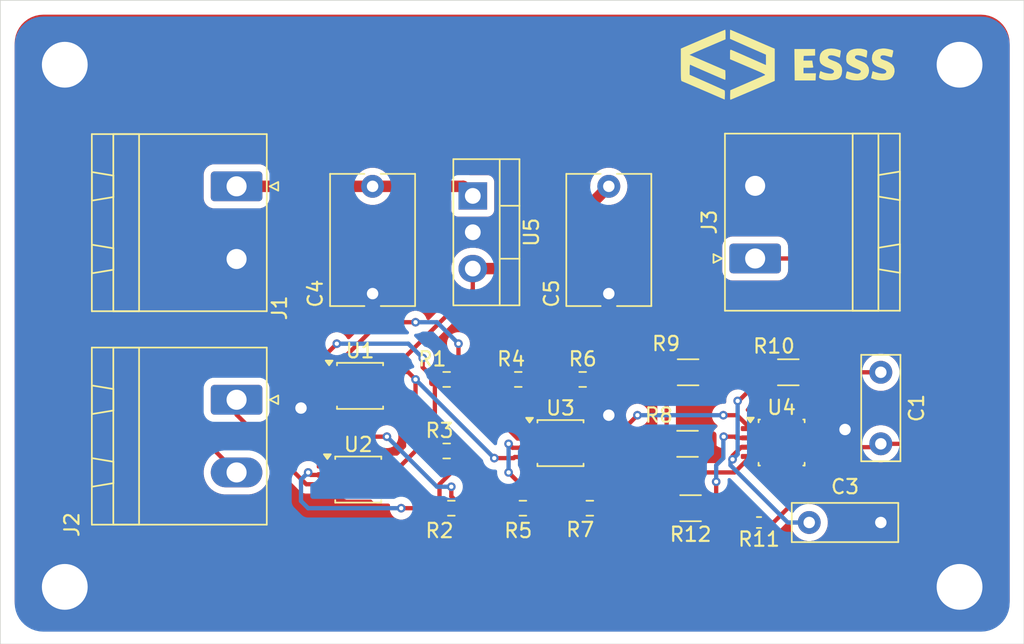
<source format=kicad_pcb>
(kicad_pcb (version 20241229) (generator "pcbnew") (generator_version "9.0")
  (layers (0 "F.Cu" signal) (2 "B.Cu" signal) (13 "F.Paste" user) (15 "B.Paste" user) (5 "F.SilkS" user "F.Silkscreen") (7 "B.SilkS" user "B.Silkscreen") (1 "F.Mask" user) (3 "B.Mask" user) (25 "Edge.Cuts" user))
  (net 0 "")
  (net 1 "/Final_out")
  (net 2 "Net-(C1-Pad1)")
  (net 3 "GND")
  (net 4 "Net-(U4-+)")
  (net 5 "/Voltage_regulator/V_bat")
  (net 6 "VCC")
  (net 7 "/Vt-")
  (net 8 "/Vt+")
  (net 9 "Net-(R1-Pad2)")
  (net 10 "Net-(U1--)")
  (net 11 "Net-(R2-Pad2)")
  (net 12 "Net-(U2--)")
  (net 13 "Net-(U3--)")
  (net 14 "Net-(U3-+)")
  (net 15 "/Amp_out")
  (net 16 "Net-(U4--)")
  (footprint "Resistor_SMD:R_0603_1608Metric" (layer "F.Cu") (at 134.675 91.5)
    (property "Reference" "R3" (at -0.5 -1.43 0) (layer "F.SilkS"))
    (property "Value" "75")
    (fp_line (start -0.237258 -0.5225) (end 0.237258 -0.5225) (stroke (width 0.12)) (layer "F.SilkS"))
    (fp_line (start -0.237258 0.5225) (end 0.237258 0.5225) (stroke (width 0.12)) (layer "F.SilkS"))
    (pad "1" smd roundrect (at -0.825 0) (size 0.8 0.95) (layers "F.Cu" "F.Mask" "F.Paste") (net 10 "Net-(U1--)"))
    (pad "2" smd roundrect (at 0.825 0) (size 0.8 0.95) (layers "F.Cu" "F.Mask" "F.Paste") (net 12 "Net-(U2--)"))
  )
  (footprint "Resistor_SMD:R_0603_1608Metric" (layer "F.Cu") (at 139.675 86.5)
    (property "Reference" "R4" (at -0.5 -1.43 0) (layer "F.SilkS"))
    (property "Value" "1k")
    (fp_line (start -0.237258 -0.5225) (end 0.237258 -0.5225) (stroke (width 0.12)) (layer "F.SilkS"))
    (fp_line (start -0.237258 0.5225) (end 0.237258 0.5225) (stroke (width 0.12)) (layer "F.SilkS"))
    (pad "1" smd roundrect (at -0.825 0) (size 0.8 0.95) (layers "F.Cu" "F.Mask" "F.Paste") (net 9 "Net-(R1-Pad2)"))
    (pad "2" smd roundrect (at 0.825 0) (size 0.8 0.95) (layers "F.Cu" "F.Mask" "F.Paste") (net 13 "Net-(U3--)"))
  )
  (footprint "Connector_Phoenix_MSTB:PhoenixContact_MSTBA_2,5_2-G-5,08_1x02_P5.08mm_Horizontal" (layer "F.Cu") (at 156.2225 78.045 90)
    (property "Reference" "J3" (at 2.54 -3.2 90) (layer "F.SilkS"))
    (property "Value" "Conn_01x02")
    (fp_line (start 0.3 -2.91) (end 0 -2.31) (stroke (width 0.12)) (layer "F.SilkS"))
    (fp_line (start -0.3 -2.91) (end 0.3 -2.91) (stroke (width 0.12)) (layer "F.SilkS"))
    (fp_line (start 0 -2.31) (end -0.3 -2.91) (stroke (width 0.12)) (layer "F.SilkS"))
    (fp_line (start 8.73 -2.11) (end -3.65 -2.11) (stroke (width 0.12)) (layer "F.SilkS"))
    (fp_line (start -3.65 -2.11) (end -3.65 10.11) (stroke (width 0.12)) (layer "F.SilkS"))
    (fp_line (start 8.73 6.81) (end 8.73 8.61) (stroke (width 0.12)) (layer "F.SilkS"))
    (fp_line (start -3.65 6.81) (end 8.73 6.81) (stroke (width 0.12)) (layer "F.SilkS"))
    (fp_line (start 8.73 8.61) (end -3.65 8.61) (stroke (width 0.12)) (layer "F.SilkS"))
    (fp_line (start 5.83 8.61) (end 4.33 8.61) (stroke (width 0.12)) (layer "F.SilkS"))
    (fp_line (start 4.33 8.61) (end 4.08 10.11) (stroke (width 0.12)) (layer "F.SilkS"))
    (fp_line (start 0.75 8.61) (end -0.75 8.61) (stroke (width 0.12)) (layer "F.SilkS"))
    (fp_line (start -0.75 8.61) (end -1 10.11) (stroke (width 0.12)) (layer "F.SilkS"))
    (fp_line (start -3.65 8.61) (end -3.65 6.81) (stroke (width 0.12)) (layer "F.SilkS"))
    (fp_line (start 8.73 10.11) (end 8.73 -2.11) (stroke (width 0.12)) (layer "F.SilkS"))
    (fp_line (start 6.08 10.11) (end 5.83 8.61) (stroke (width 0.12)) (layer "F.SilkS"))
    (fp_line (start 4.08 10.11) (end 6.08 10.11) (stroke (width 0.12)) (layer "F.SilkS"))
    (fp_line (start 1 10.11) (end 0.75 8.61) (stroke (width 0.12)) (layer "F.SilkS"))
    (fp_line (start -1 10.11) (end 1 10.11) (stroke (width 0.12)) (layer "F.SilkS"))
    (fp_line (start -3.65 10.11) (end 8.73 10.11) (stroke (width 0.12)) (layer "F.SilkS"))
    (pad "1" thru_hole roundrect (at 0 0 90) (size 2.08 3.6) (drill 1.4) (layers "*.Cu" "*.Mask") (roundrect_rratio 0.120192) (net 1 "/Final_out"))
    (pad "2" thru_hole oval (at 5.08 0 90) (size 2.08 3.6) (drill 1.4) (layers "*.Cu" "*.Mask") (net 3 "GND"))
  )
  (footprint "Package_SO:MSOP-8-1EP_3x3mm_P0.65mm_EP1.5x1.8mm" (layer "F.Cu") (at 128.625 86.95)
    (property "Reference" "U1" (at 0 -2.45 0) (layer "F.SilkS"))
    (property "Value" "ADA4522-1")
    (fp_line (start -1.61 -1.61) (end 1.61 -1.61) (stroke (width 0.12)) (layer "F.SilkS"))
    (fp_line (start -1.61 -1.435) (end -1.61 -1.61) (stroke (width 0.12)) (layer "F.SilkS"))
    (fp_line (start -1.61 1.61) (end -1.61 1.435) (stroke (width 0.12)) (layer "F.SilkS"))
    (fp_line (start 1.61 -1.61) (end 1.61 -1.435) (stroke (width 0.12)) (layer "F.SilkS"))
    (fp_line (start 1.61 1.435) (end 1.61 1.61) (stroke (width 0.12)) (layer "F.SilkS"))
    (fp_line (start 1.61 1.61) (end -1.61 1.61) (stroke (width 0.12)) (layer "F.SilkS"))
    (fp_poly (pts (xy -2.16 -1.44) (xy -2.4 -1.77) (xy -1.92 -1.77)) (stroke (width 0.12)) (fill yes) (layer "F.SilkS"))
    (pad "1" smd roundrect (at -2.1125 -0.975) (size 1.575 0.4) (layers "F.Cu" "F.Mask" "F.Paste") (net 9 "Net-(R1-Pad2)"))
    (pad "2" smd roundrect (at -2.1125 -0.325) (size 1.575 0.4) (layers "F.Cu" "F.Mask" "F.Paste") (net 10 "Net-(U1--)"))
    (pad "3" smd roundrect (at -2.1125 0.325) (size 1.575 0.4) (layers "F.Cu" "F.Mask" "F.Paste") (net 7 "/Vt-"))
    (pad "4" smd roundrect (at -2.1125 0.975) (size 1.575 0.4) (layers "F.Cu" "F.Mask" "F.Paste") (net 3 "GND"))
    (pad "5" smd roundrect (at 2.1125 0.975) (size 1.575 0.4) (layers "F.Cu" "F.Mask" "F.Paste"))
    (pad "6" smd roundrect (at 2.1125 0.325) (size 1.575 0.4) (layers "F.Cu" "F.Mask" "F.Paste"))
    (pad "7" smd roundrect (at 2.1125 -0.325) (size 1.575 0.4) (layers "F.Cu" "F.Mask" "F.Paste"))
    (pad "8" smd roundrect (at 2.1125 -0.975) (size 1.575 0.4) (layers "F.Cu" "F.Mask" "F.Paste") (net 6 "VCC"))
    (pad "9" smd rect (at 0 0) (size 1.5 1.8) (property pad_prop_heatsink) (layers "F.Cu" "F.Mask"))
  )
  (footprint "Resistor_SMD:R_0603_1608Metric" (layer "F.Cu") (at 144.675 95.5 180)
    (property "Reference" "R7" (at 0.675 -1.5 0) (layer "F.SilkS"))
    (property "Value" "1k")
    (fp_line (start -0.237258 0.5225) (end 0.237258 0.5225) (stroke (width 0.12)) (layer "F.SilkS"))
    (fp_line (start -0.237258 -0.5225) (end 0.237258 -0.5225) (stroke (width 0.12)) (layer "F.SilkS"))
    (pad "1" smd roundrect (at -0.825 0 180) (size 0.8 0.95) (layers "F.Cu" "F.Mask" "F.Paste") (net 3 "GND"))
    (pad "2" smd roundrect (at 0.825 0 180) (size 0.8 0.95) (layers "F.Cu" "F.Mask" "F.Paste") (net 14 "Net-(U3-+)"))
  )
  (footprint "Package_SO:MSOP-8-1EP_3x3mm_P0.65mm_EP2.5x3mm_Mask1.73x2.36mm" (layer "F.Cu") (at 158.07 90.91)
    (property "Reference" "U4" (at 0 -2.45 0) (layer "F.SilkS"))
    (property "Value" "LTC2057")
    (fp_line (start -1.61 -1.61) (end -1.51 -1.61) (stroke (width 0.12)) (layer "F.SilkS"))
    (fp_line (start -1.61 -1.41) (end -1.61 -1.61) (stroke (width 0.12)) (layer "F.SilkS"))
    (fp_line (start -1.61 1.61) (end -1.61 1.41) (stroke (width 0.12)) (layer "F.SilkS"))
    (fp_line (start -1.51 1.61) (end -1.61 1.61) (stroke (width 0.12)) (layer "F.SilkS"))
    (fp_line (start 1.51 -1.61) (end 1.61 -1.61) (stroke (width 0.12)) (layer "F.SilkS"))
    (fp_line (start 1.61 -1.61) (end 1.61 -1.41) (stroke (width 0.12)) (layer "F.SilkS"))
    (fp_line (start 1.61 1.41) (end 1.61 1.61) (stroke (width 0.12)) (layer "F.SilkS"))
    (fp_line (start 1.61 1.61) (end 1.51 1.61) (stroke (width 0.12)) (layer "F.SilkS"))
    (fp_poly (pts (xy -2.18 -1.41) (xy -2.42 -1.74) (xy -1.94 -1.74)) (stroke (width 0.12)) (fill yes) (layer "F.SilkS"))
    (pad "1" smd roundrect (at -2.175 -0.975) (size 1.35 0.35) (layers "F.Cu" "F.Mask" "F.Paste") (net 6 "VCC"))
    (pad "2" smd roundrect (at -2.175 -0.325) (size 1.35 0.35) (layers "F.Cu" "F.Mask" "F.Paste") (net 16 "Net-(U4--)"))
    (pad "3" smd roundrect (at -2.175 0.325) (size 1.35 0.35) (layers "F.Cu" "F.Mask" "F.Paste") (net 4 "Net-(U4-+)"))
    (pad "4" smd roundrect (at -2.175 0.975) (size 1.35 0.35) (layers "F.Cu" "F.Mask" "F.Paste") (net 6 "VCC"))
    (pad "5" smd roundrect (at 2.175 0.975) (size 1.35 0.35) (layers "F.Cu" "F.Mask" "F.Paste"))
    (pad "6" smd roundrect (at 2.175 0.325) (size 1.35 0.35) (layers "F.Cu" "F.Mask" "F.Paste") (net 1 "/Final_out"))
    (pad "7" smd roundrect (at 2.175 -0.325) (size 1.35 0.35) (layers "F.Cu" "F.Mask" "F.Paste") (net 3 "GND"))
    (pad "8" smd roundrect (at 2.175 -0.975) (size 1.35 0.35) (layers "F.Cu" "F.Mask" "F.Paste") (net 3 "GND"))
    (pad "9" smd rect (at 0 0) (size 2.5 3) (property pad_prop_heatsink) (layers "F.Cu"))
  )
  (footprint "MountingHole:MountingHole_3.2mm_M3_ISO7380_Pad" (layer "F.Cu") (at 108 101)
    (property "Reference" "REF**" (hide yes))
    (property "Value" "MountingHole_3.2mm_M3_ISO7380_Pad" (hide yes))
    (pad "1" thru_hole circle (at 0 0) (size 5.7 5.7) (drill 3.2) (layers "*.Cu" "*.Mask") (net 3 "GND"))
  )
  (footprint "Resistor_SMD:R_1206_3216Metric" (layer "F.Cu") (at 151.7125 95.5 180)
    (property "Reference" "R12" (at 0 -1.83 0) (layer "F.SilkS"))
    (property "Value" "59k")
    (fp_line (start -0.727064 0.91) (end 0.727064 0.91) (stroke (width 0.12)) (layer "F.SilkS"))
    (fp_line (start -0.727064 -0.91) (end 0.727064 -0.91) (stroke (width 0.12)) (layer "F.SilkS"))
    (pad "1" smd roundrect (at -1.4625 0 180) (size 1.125 1.75) (layers "F.Cu" "F.Mask" "F.Paste") (roundrect_rratio 0.222222) (net 16 "Net-(U4--)"))
    (pad "2" smd roundrect (at 1.4625 0 180) (size 1.125 1.75) (layers "F.Cu" "F.Mask" "F.Paste") (roundrect_rratio 0.222222) (net 3 "GND"))
  )
  (footprint "Resistor_SMD:R_1206_3216Metric" (layer "F.Cu") (at 151.5 91 180)
    (property "Reference" "R8" (at 2 2 0) (layer "F.SilkS"))
    (property "Value" "1k")
    (fp_line (start -0.727064 0.91) (end 0.727064 0.91) (stroke (width 0.12)) (layer "F.SilkS"))
    (fp_line (start -0.727064 -0.91) (end 0.727064 -0.91) (stroke (width 0.12)) (layer "F.SilkS"))
    (pad "1" smd roundrect (at -1.4625 0 180) (size 1.125 1.75) (layers "F.Cu" "F.Mask" "F.Paste") (roundrect_rratio 0.222222) (net 3 "GND"))
    (pad "2" smd roundrect (at 1.4625 0 180) (size 1.125 1.75) (layers "F.Cu" "F.Mask" "F.Paste") (roundrect_rratio 0.222222) (net 15 "/Amp_out"))
  )
  (footprint "Resistor_SMD:R_0603_1608Metric" (layer "F.Cu") (at 134.675 86.5)
    (property "Reference" "R1" (at -1 -1.43 0) (layer "F.SilkS"))
    (property "Value" "1k")
    (fp_line (start -0.237258 -0.5225) (end 0.237258 -0.5225) (stroke (width 0.12)) (layer "F.SilkS"))
    (fp_line (start -0.237258 0.5225) (end 0.237258 0.5225) (stroke (width 0.12)) (layer "F.SilkS"))
    (pad "1" smd roundrect (at -0.825 0) (size 0.8 0.95) (layers "F.Cu" "F.Mask" "F.Paste") (net 10 "Net-(U1--)"))
    (pad "2" smd roundrect (at 0.825 0) (size 0.8 0.95) (layers "F.Cu" "F.Mask" "F.Paste") (net 9 "Net-(R1-Pad2)"))
  )
  (footprint "Connector_Phoenix_MSTB:PhoenixContact_MSTBA_2,5_2-G-5,08_1x02_P5.08mm_Horizontal" (layer "F.Cu") (at 120 73 -90)
    (property "Reference" "J1" (at 8.5 -3 90) (layer "F.SilkS"))
    (property "Value" "Conn_01x02")
    (fp_line (start -3.65 10.11) (end 8.73 10.11) (stroke (width 0.12)) (layer "F.SilkS"))
    (fp_line (start -1 10.11) (end 1 10.11) (stroke (width 0.12)) (layer "F.SilkS"))
    (fp_line (start 1 10.11) (end 0.75 8.61) (stroke (width 0.12)) (layer "F.SilkS"))
    (fp_line (start 4.08 10.11) (end 6.08 10.11) (stroke (width 0.12)) (layer "F.SilkS"))
    (fp_line (start 6.08 10.11) (end 5.83 8.61) (stroke (width 0.12)) (layer "F.SilkS"))
    (fp_line (start 8.73 10.11) (end 8.73 -2.11) (stroke (width 0.12)) (layer "F.SilkS"))
    (fp_line (start -3.65 8.61) (end -3.65 6.81) (stroke (width 0.12)) (layer "F.SilkS"))
    (fp_line (start -0.75 8.61) (end -1 10.11) (stroke (width 0.12)) (layer "F.SilkS"))
    (fp_line (start 0.75 8.61) (end -0.75 8.61) (stroke (width 0.12)) (layer "F.SilkS"))
    (fp_line (start 4.33 8.61) (end 4.08 10.11) (stroke (width 0.12)) (layer "F.SilkS"))
    (fp_line (start 5.83 8.61) (end 4.33 8.61) (stroke (width 0.12)) (layer "F.SilkS"))
    (fp_line (start 8.73 8.61) (end -3.65 8.61) (stroke (width 0.12)) (layer "F.SilkS"))
    (fp_line (start -3.65 6.81) (end 8.73 6.81) (stroke (width 0.12)) (layer "F.SilkS"))
    (fp_line (start 8.73 6.81) (end 8.73 8.61) (stroke (width 0.12)) (layer "F.SilkS"))
    (fp_line (start -3.65 -2.11) (end -3.65 10.11) (stroke (width 0.12)) (layer "F.SilkS"))
    (fp_line (start 8.73 -2.11) (end -3.65 -2.11) (stroke (width 0.12)) (layer "F.SilkS"))
    (fp_line (start 0 -2.31) (end -0.3 -2.91) (stroke (width 0.12)) (layer "F.SilkS"))
    (fp_line (start -0.3 -2.91) (end 0.3 -2.91) (stroke (width 0.12)) (layer "F.SilkS"))
    (fp_line (start 0.3 -2.91) (end 0 -2.31) (stroke (width 0.12)) (layer "F.SilkS"))
    (pad "1" thru_hole roundrect (at 0 0 270) (size 2.08 3.6) (drill 1.4) (layers "*.Cu" "*.Mask") (roundrect_rratio 0.120192) (net 5 "/Voltage_regulator/V_bat"))
    (pad "2" thru_hole oval (at 5.08 0 270) (size 2.08 3.6) (drill 1.4) (layers "*.Cu" "*.Mask") (net 3 "GND"))
  )
  (footprint "Project0:logo4" (layer "F.Cu") (at 158.5 64.5)
    (property "Reference" "G***" (hide yes))
    (property "Value" "LOGO" (hide yes))
    (fp_poly (pts (xy 1.187005 -1.100176) (xy 1.910789 -1.100153) (xy 1.910789 -0.869892) (xy 1.910789 -0.639632) (xy 1.515121 -0.628631) (xy 1.119452 -0.61763) (xy 1.107582 -0.453572) (xy 1.095712 -0.289515) (xy 1.404381 -0.289515) (xy 1.71305 -0.289515) (xy 1.737961 -0.106156) (xy 1.756768 0.018083) (xy 1.775214 0.118054) (xy 1.781529 0.144756) (xy 1.783146 0.176785) (xy 1.757434 0.196783) (xy 1.690832 0.207512) (xy 1.56978 0.211739) (xy 1.450169 0.212309) (xy 1.100151 0.212309) (xy 1.100151 0.405318) (xy 1.100151 0.598327) (xy 1.534422 0.598246) (xy 1.968692 0.598165) (xy 1.955748 0.849158) (xy 1.942804 1.100151) (xy 1.21382 1.100151) (xy 0.484836 1.100151) (xy 0.474029 -0.000024) (xy 0.463221 -1.1002)) (fill yes) (layer "F.SilkS"))
    (fp_poly (pts (xy 6.844559 -1.128836) (xy 7.001984 -1.103139) (xy 7.160828 -1.067755) (xy 7.292926 -1.028775) (xy 7.359245 -0.999811) (xy 7.368369 -0.972701) (xy 7.362763 -0.903581) (xy 7.34086 -0.781885) (xy 7.301093 -0.597049) (xy 7.296468 -0.576439) (xy 7.284979 -0.537681) (xy 7.261917 -0.519812) (xy 7.211375 -0.52367) (xy 7.117444 -0.550094) (xy 6.985876 -0.592806) (xy 6.7674 -0.649958) (xy 6.608621 -0.658206) (xy 6.509496 -0.617544) (xy 6.472643 -0.547425) (xy 6.488695 -0.450687) (xy 6.578455 -0.374101) (xy 6.711563 -0.324856) (xy 6.927788 -0.24891) (xy 7.125316 -0.145589) (xy 7.284771 -0.026931) (xy 7.386416 0.094378) (xy 7.455197 0.286583) (xy 7.462575 0.490702) (xy 7.413612 0.688012) (xy 7.313365 0.859787) (xy 7.166896 0.987302) (xy 7.141337 1.00141) (xy 6.977035 1.056995) (xy 6.763734 1.087925) (xy 6.525751 1.093731) (xy 6.287404 1.073941) (xy 6.073011 1.028086) (xy 6.054968 1.022421) (xy 5.817839 0.945481) (xy 5.852621 0.781555) (xy 5.879145 0.65783) (xy 5.90198 0.553399) (xy 5.906393 0.533697) (xy 5.925383 0.449765) (xy 6.130066 0.521705) (xy 6.362718 0.59005) (xy 6.563477 0.62268) (xy 6.723624 0.620049) (xy 6.834442 0.582611) (xy 6.887214 0.510823) (xy 6.890425 0.482054) (xy 6.853169 0.396424) (xy 6.740789 0.316435) (xy 6.552369 0.241465) (xy 6.520641 0.231569) (xy 6.262985 0.135326) (xy 6.075663 0.021571) (xy 5.95264 -0.115901) (xy 5.887878 -0.28329) (xy 5.87391 -0.43296) (xy 5.904195 -0.67123) (xy 5.994543 -0.861313) (xy 6.144195 -1.002575) (xy 6.352392 -1.094379) (xy 6.618375 -1.13609) (xy 6.716717 -1.138755)) (fill yes) (layer "F.SilkS"))
    (fp_poly (pts (xy 3.286516 -1.114955) (xy 3.437273 -1.081831) (xy 3.565827 -1.044174) (xy 3.660988 -1.010926) (xy 3.701738 -0.989591) (xy 3.703459 -0.941402) (xy 3.693597 -0.840402) (xy 3.67707 -0.726288) (xy 3.638028 -0.48753) (xy 3.45732 -0.558759) (xy 3.243885 -0.629182) (xy 3.064312 -0.661037) (xy 2.929762 -0.653204) (xy 2.862743 -0.618325) (xy 2.812507 -0.557256) (xy 2.798631 -0.525746) (xy 2.836632 -0.447428) (xy 2.948279 -0.369599) (xy 3.130036 -0.294665) (xy 3.146048 -0.289343) (xy 3.401224 -0.19108) (xy 3.586596 -0.082347) (xy 3.709542 0.045477) (xy 3.77744 0.201011) (xy 3.797668 0.392877) (xy 3.794938 0.468841) (xy 3.759707 0.686811) (xy 3.681164 0.852128) (xy 3.553054 0.969732) (xy 3.369125 1.044562) (xy 3.12312 1.081558) (xy 3.012609 1.086711) (xy 2.847428 1.08863) (xy 2.704943 1.086287) (xy 2.607761 1.080209) (xy 2.586321 1.076774) (xy 2.434091 1.032088) (xy 2.303832 0.979677) (xy 2.213498 0.927969) (xy 2.181002 0.886548) (xy 2.188767 0.813487) (xy 2.208202 0.707816) (xy 2.233514 0.59476) (xy 2.258913 0.499546) (xy 2.278607 0.447398) (xy 2.282622 0.44392) (xy 2.326117 0.459831) (xy 2.405373 0.498079) (xy 2.522893 0.543501) (xy 2.677489 0.583579) (xy 2.841482 0.613275) (xy 2.987193 0.627549) (xy 3.08516 0.621827) (xy 3.17552 0.575082) (xy 3.222507 0.522516) (xy 3.230441 0.43772) (xy 3.161339 0.357036) (xy 3.015263 0.280517) (xy 2.885921 0.235145) (xy 2.647588 0.145668) (xy 2.455904 0.041361) (xy 2.322736 -0.070563) (xy 2.277722 -0.134692) (xy 2.231614 -0.290303) (xy 2.225017 -0.48054) (xy 2.257108 -0.674199) (xy 2.294754 -0.779423) (xy 2.403018 -0.928449) (xy 2.568307 -1.039687) (xy 2.778641 -1.109965) (xy 3.022038 -1.136111)) (fill yes) (layer "F.SilkS"))
    (fp_poly (pts (xy 5.108552 -1.124758) (xy 5.335425 -1.081362) (xy 5.365653 -1.071424) (xy 5.477992 -1.028312) (xy 5.534434 -0.989091) (xy 5.552852 -0.934871) (xy 5.552505 -0.873914) (xy 5.540163 -0.736533) (xy 5.52257 -0.617433) (xy 5.498792 -0.490688) (xy 5.316366 -0.560005) (xy 5.113135 -0.625514) (xy 4.939555 -0.658663) (xy 4.808451 -0.658071) (xy 4.732973 -0.622752) (xy 4.689868 -0.545935) (xy 4.700207 -0.47588) (xy 4.769467 -0.407367) (xy 4.903123 -0.335176) (xy 5.10665 -0.254085) (xy 5.127555 -0.24654) (xy 5.371588 -0.131477) (xy 5.544701 0.013653) (xy 5.647433 0.189693) (xy 5.680324 0.397487) (xy 5.65773 0.58265) (xy 5.580487 0.782314) (xy 5.445781 0.934296) (xy 5.260738 1.040201) (xy 5.109432 1.079288) (xy 4.910272 1.097724) (xy 4.689695 1.095854) (xy 4.47414 1.074021) (xy 4.290046 1.03257) (xy 4.274393 1.027362) (xy 4.158711 0.985084) (xy 4.075711 0.950443) (xy 4.049751 0.935871) (xy 4.04558 0.889811) (xy 4.055845 0.79094) (xy 4.075236 0.677236) (xy 4.104662 0.546525) (xy 4.131963 0.478967) (xy 4.164115 0.46105) (xy 4.184072 0.466433) (xy 4.301836 0.50885) (xy 4.455563 0.553832) (xy 4.618322 0.594651) (xy 4.763183 0.624581) (xy 4.863215 0.636897) (xy 4.866661 0.636929) (xy 4.978759 0.613724) (xy 5.063371 0.555488) (xy 5.103517 0.479288) (xy 5.089727 0.412709) (xy 5.036389 0.370455) (xy 4.929256 0.313703) (xy 4.787796 0.252306) (xy 4.726526 0.228863) (xy 4.536102 0.148372) (xy 4.367028 0.057922) (xy 4.251965 -0.023303) (xy 4.161661 -0.11066) (xy 4.11279 -0.190899) (xy 4.089179 -0.297399) (xy 4.08143 -0.375265) (xy 4.091583 -0.614329) (xy 4.164776 -0.809906) (xy 4.300339 -0.96067) (xy 4.412578 -1.029675) (xy 4.616412 -1.097569) (xy 4.858642 -1.129712)) (fill yes) (layer "F.SilkS"))
    (fp_poly (pts (xy -4.357677 -2.415535) (xy -4.348886 -2.320133) (xy -4.344398 -2.182475) (xy -4.344121 -2.113451) (xy -4.345537 -1.775685) (xy -5.338118 -1.352942) (xy -5.612777 -1.235724) (xy -5.878377 -1.12193) (xy -6.122404 -1.016955) (xy -6.332342 -0.926193) (xy -6.495679 -0.85504) (xy -6.596664 -0.810351) (xy -6.862628 -0.690503) (xy -5.612318 -0.150026) (xy -4.362007 0.390452) (xy -4.350854 0.726) (xy -4.349335 0.87602) (xy -4.354769 0.99142) (xy -4.366035 1.054711) (xy -4.372364 1.061549) (xy -4.412467 1.046695) (xy -4.513223 1.005032) (xy -4.664652 0.940905) (xy -4.856768 0.858662) (xy -5.07959 0.762649) (xy -5.323134 0.657213) (xy -5.577417 0.546701) (xy -5.832456 0.43546) (xy -6.078269 0.327835) (xy -6.30487 0.228175) (xy -6.502279 0.140825) (xy -6.660512 0.070132) (xy -6.769585 0.020444) (xy -6.819515 -0.003894) (xy -6.819904 -0.00413) (xy -6.833614 0.022771) (xy -6.844376 0.111207) (xy -6.850731 0.245523) (xy -6.851824 0.338804) (xy -6.851824 0.701465) (xy -5.645518 1.235129) (xy -5.359898 1.361848) (xy -5.096639 1.479341) (xy -4.864113 1.58382) (xy -4.670692 1.671492) (xy -4.524746 1.738569) (xy -4.434649 1.781259) (xy -4.4086 1.795128) (xy -4.395607 1.843597) (xy -4.38838 1.948805) (xy -4.388088 2.090422) (xy -4.389299 2.130889) (xy -4.400609 2.440316) (xy -5.867478 1.805245) (xy -6.185175 1.667913) (xy -6.482444 1.539819) (xy -6.751462 1.424305) (xy -6.984406 1.324712) (xy -7.173451 1.244381) (xy -7.310775 1.186652) (xy -7.388554 1.154867) (xy -7.4019 1.149961) (xy -7.421405 1.139231) (xy -7.436768 1.114506) (xy -7.448478 1.067472) (xy -7.457024 0.989815) (xy -7.462897 0.873222) (xy -7.466584 0.709376) (xy -7.468575 0.489966) (xy -7.469359 0.206676) (xy -7.469454 0.001693) (xy -7.469454 -1.126362) (xy -7.3826 -1.165634) (xy -7.281765 -1.210354) (xy -7.127957 -1.277431) (xy -6.9301 -1.363057) (xy -6.697122 -1.463423) (xy -6.437949 -1.57472) (xy -6.16151 -1.69314) (xy -5.87673 -1.814874) (xy -5.592537 -1.936112) (xy -5.317857 -2.053047) (xy -5.061617 -2.16187) (xy -4.832745 -2.258772) (xy -4.640167 -2.339944) (xy -4.492809 -2.401577) (xy -4.3996 -2.439863) (xy -4.36946 -2.451217)) (fill yes) (layer "F.SilkS"))
    (fp_poly (pts (xy -3.985034 -2.436464) (xy -3.885044 -2.394424) (xy -3.729743 -2.328421) (xy -3.526911 -2.24178) (xy -3.28433 -2.137826) (xy -3.009782 -2.019884) (xy -2.711048 -1.891279) (xy -2.661216 -1.869801) (xy -2.349606 -1.735549) (xy -2.052584 -1.607724) (xy -1.779463 -1.490324) (xy -1.53955 -1.387344) (xy -1.342156 -1.302779) (xy -1.19659 -1.240627) (xy -1.112162 -1.204882) (xy -1.109857 -1.20392) (xy -0.907251 -1.119454) (xy -0.907197 0.003453) (xy -0.907144 1.126361) (xy -0.993998 1.165633) (xy -1.097729 1.211655) (xy -1.254025 1.279834) (xy -1.453959 1.366365) (xy -1.688607 1.467441) (xy -1.949045 1.579257) (xy -2.226348 1.698007) (xy -2.511591 1.819885) (xy -2.79585 1.941085) (xy -3.070199 2.057801) (xy -3.325715 2.166227) (xy -3.553472 2.262558) (xy -3.744546 2.342986) (xy -3.890011 2.403708) (xy -3.980944 2.440916) (xy -4.008641 2.451215) (xy -4.020114 2.415589) (xy -4.026662 2.320403) (xy -4.027387 2.183196) (xy -4.025744 2.117418) (xy -4.01459 1.78362) (xy -2.875837 1.288859) (xy -2.593517 1.166095) (xy -2.329624 1.051149) (xy -2.093656 0.948174) (xy -1.895115 0.861323) (xy -1.743499 0.794748) (xy -1.648309 0.752603) (xy -1.624382 0.741776) (xy -1.596585 0.727192) (xy -1.582861 0.711707) (xy -1.58946 0.692108) (xy -1.622631 0.665181) (xy -1.688625 0.627712) (xy -1.793691 0.576488) (xy -1.94408 0.508296) (xy -2.146042 0.419922) (xy -2.405826 0.308152) (xy -2.729682 0.169774) (xy -2.771999 0.151717) (xy -4.032318 -0.386019) (xy -4.033105 -0.726386) (xy -4.032689 -0.88851) (xy -4.028013 -0.987201) (xy -4.015306 -1.036226) (xy -3.9908 -1.049354) (xy -3.950725 -1.040354) (xy -3.94744 -1.039315) (xy -3.891009 -1.017061) (xy -3.773732 -0.967559) (xy -3.605274 -0.895002) (xy -3.395299 -0.803583) (xy -3.153473 -0.697497) (xy -2.889461 -0.580937) (xy -2.818337 -0.549415) (xy -2.547636 -0.429414) (xy -2.294461 -0.317308) (xy -2.06895 -0.217577) (xy -1.881241 -0.1347) (xy -1.741472 -0.073156) (xy -1.659781 -0.037424) (xy -1.650229 -0.033309) (xy -1.524773 0.020336) (xy -1.524773 -0.341657) (xy -1.524773 -0.70365) (xy -2.248557 -1.021409) (xy -2.514516 -1.138334) (xy -2.799974 -1.264106) (xy -3.081248 -1.388272) (xy -3.334655 -1.500381) (xy -3.503116 -1.575124) (xy -4.033891 -1.811078) (xy -4.033891 -2.131147) (xy -4.032561 -2.277425) (xy -4.029016 -2.3886) (xy -4.023927 -2.446726) (xy -4.021931 -2.451217)) (fill yes) (layer "F.SilkS"))
  )
  (footprint "Resistor_SMD:R_0603_1608Metric" (layer "F.Cu") (at 135 95.5)
    (property "Reference" "R2" (at -0.825 1.57 0) (layer "F.SilkS"))
    (property "Value" "1k")
    (fp_line (start -0.237258 -0.5225) (end 0.237258 -0.5225) (stroke (width 0.12)) (layer "F.SilkS"))
    (fp_line (start -0.237258 0.5225) (end 0.237258 0.5225) (stroke (width 0.12)) (layer "F.SilkS"))
    (pad "1" smd roundrect (at -0.825 0) (size 0.8 0.95) (layers "F.Cu" "F.Mask" "F.Paste") (net 12 "Net-(U2--)"))
    (pad "2" smd roundrect (at 0.825 0) (size 0.8 0.95) (layers "F.Cu" "F.Mask" "F.Paste") (net 11 "Net-(R2-Pad2)"))
  )
  (footprint "Resistor_SMD:R_1206_3216Metric" (layer "F.Cu") (at 158.5375 86)
    (property "Reference" "R10" (at -1 -1.83 0) (layer "F.SilkS"))
    (property "Value" "158k")
    (fp_line (start -0.727064 -0.91) (end 0.727064 -0.91) (stroke (width 0.12)) (layer "F.SilkS"))
    (fp_line (start -0.727064 0.91) (end 0.727064 0.91) (stroke (width 0.12)) (layer "F.SilkS"))
    (pad "1" smd roundrect (at -1.4625 0) (size 1.125 1.75) (layers "F.Cu" "F.Mask" "F.Paste") (roundrect_rratio 0.222222) (net 4 "Net-(U4-+)"))
    (pad "2" smd roundrect (at 1.4625 0) (size 1.125 1.75) (layers "F.Cu" "F.Mask" "F.Paste") (roundrect_rratio 0.222222) (net 2 "Net-(C1-Pad1)"))
  )
  (footprint "Resistor_SMD:R_0603_1608Metric" (layer "F.Cu") (at 140 95.5)
    (property "Reference" "R5" (at -0.325 1.57 0) (layer "F.SilkS"))
    (property "Value" "1k")
    (fp_line (start -0.237258 -0.5225) (end 0.237258 -0.5225) (stroke (width 0.12)) (layer "F.SilkS"))
    (fp_line (start -0.237258 0.5225) (end 0.237258 0.5225) (stroke (width 0.12)) (layer "F.SilkS"))
    (pad "1" smd roundrect (at -0.825 0) (size 0.8 0.95) (layers "F.Cu" "F.Mask" "F.Paste") (net 11 "Net-(R2-Pad2)"))
    (pad "2" smd roundrect (at 0.825 0) (size 0.8 0.95) (layers "F.Cu" "F.Mask" "F.Paste") (net 14 "Net-(U3-+)"))
  )
  (footprint "MountingHole:MountingHole_3.2mm_M3_ISO7380_Pad" (layer "F.Cu") (at 170.5 64.5)
    (property "Reference" "REF**" (hide yes))
    (property "Value" "MountingHole_3.2mm_M3_ISO7380_Pad" (hide yes))
    (pad "1" thru_hole circle (at 0 0) (size 5.7 5.7) (drill 3.2) (layers "*.Cu" "*.Mask") (net 3 "GND"))
  )
  (footprint "MountingHole:MountingHole_3.2mm_M3_ISO7380_Pad" (layer "F.Cu") (at 170.5 101)
    (property "Reference" "REF**" (hide yes))
    (property "Value" "MountingHole_3.2mm_M3_ISO7380_Pad" (hide yes))
    (pad "1" thru_hole circle (at 0 0) (size 5.7 5.7) (drill 3.2) (layers "*.Cu" "*.Mask") (net 3 "GND"))
  )
  (footprint "Package_SO:MSOP-8-1EP_3x3mm_P0.65mm_EP1.5x1.8mm" (layer "F.Cu") (at 128.5 93.5)
    (property "Reference" "U2" (at 0 -2.45 0) (layer "F.SilkS"))
    (property "Value" "ADA4522-1")
    (fp_line (start -1.61 -1.61) (end 1.61 -1.61) (stroke (width 0.12)) (layer "F.SilkS"))
    (fp_line (start -1.61 -1.435) (end -1.61 -1.61) (stroke (width 0.12)) (layer "F.SilkS"))
    (fp_line (start -1.61 1.61) (end -1.61 1.435) (stroke (width 0.12)) (layer "F.SilkS"))
    (fp_line (start 1.61 -1.61) (end 1.61 -1.435) (stroke (width 0.12)) (layer "F.SilkS"))
    (fp_line (start 1.61 1.435) (end 1.61 1.61) (stroke (width 0.12)) (layer "F.SilkS"))
    (fp_line (start 1.61 1.61) (end -1.61 1.61) (stroke (width 0.12)) (layer "F.SilkS"))
    (fp_poly (pts (xy -2.16 -1.44) (xy -2.4 -1.77) (xy -1.92 -1.77)) (stroke (width 0.12)) (fill yes) (layer "F.SilkS"))
    (pad "1" smd roundrect (at -2.1125 -0.975) (size 1.575 0.4) (layers "F.Cu" "F.Mask" "F.Paste") (net 11 "Net-(R2-Pad2)"))
    (pad "2" smd roundrect (at -2.1125 -0.325) (size 1.575 0.4) (layers "F.Cu" "F.Mask" "F.Paste") (net 12 "Net-(U2--)"))
    (pad "3" smd roundrect (at -2.1125 0.325) (size 1.575 0.4) (layers "F.Cu" "F.Mask" "F.Paste") (net 8 "/Vt+"))
    (pad "4" smd roundrect (at -2.1125 0.975) (size 1.575 0.4) (layers "F.Cu" "F.Mask" "F.Paste") (net 3 "GND"))
    (pad "5" smd roundrect (at 2.1125 0.975) (size 1.575 0.4) (layers "F.Cu" "F.Mask" "F.Paste"))
    (pad "6" smd roundrect (at 2.1125 0.325) (size 1.575 0.4) (layers "F.Cu" "F.Mask" "F.Paste"))
    (pad "7" smd roundrect (at 2.1125 -0.325) (size 1.575 0.4) (layers "F.Cu" "F.Mask" "F.Paste"))
    (pad "8" smd roundrect (at 2.1125 -0.975) (size 1.575 0.4) (layers "F.Cu" "F.Mask" "F.Paste") (net 6 "VCC"))
    (pad "9" smd rect (at 0 0) (size 1.5 1.8) (property pad_prop_heatsink) (layers "F.Cu" "F.Mask"))
  )
  (footprint "Resistor_SMD:R_0603_1608Metric" (layer "F.Cu") (at 144.175 86.5)
    (property "Reference" "R6" (at 0 -1.43 0) (layer "F.SilkS"))
    (property "Value" "1k")
    (fp_line (start -0.237258 -0.5225) (end 0.237258 -0.5225) (stroke (width 0.12)) (layer "F.SilkS"))
    (fp_line (start -0.237258 0.5225) (end 0.237258 0.5225) (stroke (width 0.12)) (layer "F.SilkS"))
    (pad "1" smd roundrect (at -0.825 0) (size 0.8 0.95) (layers "F.Cu" "F.Mask" "F.Paste") (net 13 "Net-(U3--)"))
    (pad "2" smd roundrect (at 0.825 0) (size 0.8 0.95) (layers "F.Cu" "F.Mask" "F.Paste") (net 15 "/Amp_out"))
  )
  (footprint "Package_TO_SOT_THT:TO-220-3_Vertical" (layer "F.Cu") (at 136.5 73.67 -90)
    (property "Reference" "U5" (at 2.54 -4.1 90) (layer "F.SilkS"))
    (property "Value" "LM7805_TO220")
    (fp_line (start -2.57 1.36) (end -2.57 -3.26) (stroke (width 0.12)) (layer "F.SilkS"))
    (fp_line (start 7.65 1.36) (end -2.57 1.36) (stroke (width 0.12)) (layer "F.SilkS"))
    (fp_line (start -2.57 -1.88) (end 7.65 -1.88) (stroke (width 0.12)) (layer "F.SilkS"))
    (fp_line (start -2.57 -3.26) (end 7.65 -3.26) (stroke (width 0.12)) (layer "F.SilkS"))
    (fp_line (start 0.69 -3.26) (end 0.69 -1.88) (stroke (width 0.12)) (layer "F.SilkS"))
    (fp_line (start 4.39 -3.26) (end 4.39 -1.88) (stroke (width 0.12)) (layer "F.SilkS"))
    (fp_line (start 7.65 -3.26) (end 7.65 1.36) (stroke (width 0.12)) (layer "F.SilkS"))
    (pad "1" thru_hole rect (at 0 0 270) (size 1.905 2) (drill 1.1) (layers "*.Cu" "*.Mask") (net 5 "/Voltage_regulator/V_bat"))
    (pad "2" thru_hole oval (at 2.54 0 270) (size 1.905 2) (drill 1.1) (layers "*.Cu" "*.Mask") (net 3 "GND"))
    (pad "3" thru_hole oval (at 5.08 0 270) (size 1.905 2) (drill 1.1) (layers "*.Cu" "*.Mask") (net 6 "VCC"))
  )
  (footprint "Resistor_SMD:R_1206_3216Metric" (layer "F.Cu") (at 151.5375 86 180)
    (property "Reference" "R9" (at 1.5375 2 0) (layer "F.SilkS"))
    (property "Value" "158k")
    (fp_line (start -0.727064 0.91) (end 0.727064 0.91) (stroke (width 0.12)) (layer "F.SilkS"))
    (fp_line (start -0.727064 -0.91) (end 0.727064 -0.91) (stroke (width 0.12)) (layer "F.SilkS"))
    (pad "1" smd roundrect (at -1.4625 0 180) (size 1.125 1.75) (layers "F.Cu" "F.Mask" "F.Paste") (roundrect_rratio 0.222222) (net 2 "Net-(C1-Pad1)"))
    (pad "2" smd roundrect (at 1.4625 0 180) (size 1.125 1.75) (layers "F.Cu" "F.Mask" "F.Paste") (roundrect_rratio 0.222222) (net 15 "/Amp_out"))
  )
  (footprint "Capacitor_THT:C_Rect_L9.0mm_W5.7mm_P7.50mm_MKT" (layer "F.Cu") (at 146 73 -90)
    (property "Reference" "C5" (at 7.5 4 90) (layer "F.SilkS"))
    (property "Value" "0.1uF")
    (fp_line (start -0.87 2.97) (end -0.87 0.57) (stroke (width 0.12)) (layer "F.SilkS"))
    (fp_line (start 8.37 2.97) (end -0.87 2.97) (stroke (width 0.12)) (layer "F.SilkS"))
    (fp_line (start 8.37 0.57) (end 8.37 2.97) (stroke (width 0.12)) (layer "F.SilkS"))
    (fp_line (start -0.87 -0.57) (end -0.87 -2.97) (stroke (width 0.12)) (layer "F.SilkS"))
    (fp_line (start -0.87 -2.97) (end 8.37 -2.97) (stroke (width 0.12)) (layer "F.SilkS"))
    (fp_line (start 8.37 -2.97) (end 8.37 -0.57) (stroke (width 0.12)) (layer "F.SilkS"))
    (pad "1" thru_hole circle (at 0 0 270) (size 1.6 1.6) (drill 0.8) (layers "*.Cu" "*.Mask") (net 6 "VCC"))
    (pad "2" thru_hole circle (at 7.5 0 270) (size 1.6 1.6) (drill 0.8) (layers "*.Cu" "*.Mask") (net 3 "GND"))
  )
  (footprint "Connector_Phoenix_MSTB:PhoenixContact_MSTBA_2,5_2-G-5,08_1x02_P5.08mm_Horizontal" (layer "F.Cu") (at 120 87.92 -90)
    (property "Reference" "J2" (at 8.73 11.5 90) (layer "F.SilkS"))
    (property "Value" "Conn_01x02")
    (fp_line (start -3.65 10.11) (end 8.73 10.11) (stroke (width 0.12)) (layer "F.SilkS"))
    (fp_line (start -1 10.11) (end 1 10.11) (stroke (width 0.12)) (layer "F.SilkS"))
    (fp_line (start 1 10.11) (end 0.75 8.61) (stroke (width 0.12)) (layer "F.SilkS"))
    (fp_line (start 4.08 10.11) (end 6.08 10.11) (stroke (width 0.12)) (layer "F.SilkS"))
    (fp_line (start 6.08 10.11) (end 5.83 8.61) (stroke (width 0.12)) (layer "F.SilkS"))
    (fp_line (start 8.73 10.11) (end 8.73 -2.11) (stroke (width 0.12)) (layer "F.SilkS"))
    (fp_line (start -3.65 8.61) (end -3.65 6.81) (stroke (width 0.12)) (layer "F.SilkS"))
    (fp_line (start -0.75 8.61) (end -1 10.11) (stroke (width 0.12)) (layer "F.SilkS"))
    (fp_line (start 0.75 8.61) (end -0.75 8.61) (stroke (width 0.12)) (layer "F.SilkS"))
    (fp_line (start 4.33 8.61) (end 4.08 10.11) (stroke (width 0.12)) (layer "F.SilkS"))
    (fp_line (start 5.83 8.61) (end 4.33 8.61) (stroke (width 0.12)) (layer "F.SilkS"))
    (fp_line (start 8.73 8.61) (end -3.65 8.61) (stroke (width 0.12)) (layer "F.SilkS"))
    (fp_line (start -3.65 6.81) (end 8.73 6.81) (stroke (width 0.12)) (layer "F.SilkS"))
    (fp_line (start 8.73 6.81) (end 8.73 8.61) (stroke (width 0.12)) (layer "F.SilkS"))
    (fp_line (start -3.65 -2.11) (end -3.65 10.11) (stroke (width 0.12)) (layer "F.SilkS"))
    (fp_line (start 8.73 -2.11) (end -3.65 -2.11) (stroke (width 0.12)) (layer "F.SilkS"))
    (fp_line (start 0 -2.31) (end -0.3 -2.91) (stroke (width 0.12)) (layer "F.SilkS"))
    (fp_line (start -0.3 -2.91) (end 0.3 -2.91) (stroke (width 0.12)) (layer "F.SilkS"))
    (fp_line (start 0.3 -2.91) (end 0 -2.31) (stroke (width 0.12)) (layer "F.SilkS"))
    (pad "1" thru_hole roundrect (at 0 0 270) (size 2.08 3.6) (drill 1.4) (layers "*.Cu" "*.Mask") (roundrect_rratio 0.120192) (net 8 "/Vt+"))
    (pad "2" thru_hole oval (at 5.08 0 270) (size 2.08 3.6) (drill 1.4) (layers "*.Cu" "*.Mask") (net 7 "/Vt-"))
  )
  (footprint "Resistor_SMD:R_0402_1005Metric" (layer "F.Cu") (at 156.49 96.5 180)
    (property "Reference" "R11" (at 0 -1.17 0) (layer "F.SilkS"))
    (property "Value" "100k")
    (fp_line (start -0.153641 0.38) (end 0.153641 0.38) (stroke (width 0.12)) (layer "F.SilkS"))
    (fp_line (start -0.153641 -0.38) (end 0.153641 -0.38) (stroke (width 0.12)) (layer "F.SilkS"))
    (pad "1" smd roundrect (at -0.51 0 180) (size 0.54 0.64) (layers "F.Cu" "F.Mask" "F.Paste") (net 1 "/Final_out"))
    (pad "2" smd roundrect (at 0.51 0 180) (size 0.54 0.64) (layers "F.Cu" "F.Mask" "F.Paste") (net 16 "Net-(U4--)"))
  )
  (footprint "Capacitor_THT:C_Rect_L7.2mm_W2.5mm_P5.00mm_FKS2_FKP2_MKS2_MKP2" (layer "F.Cu") (at 160 96.5)
    (property "Reference" "C3" (at 2.5 -2.5 0) (layer "F.SilkS"))
    (property "Value" "1uF")
    (fp_line (start -1.22 -1.37) (end 6.22 -1.37) (stroke (width 0.12)) (layer "F.SilkS"))
    (fp_line (start -1.22 1.37) (end -1.22 -1.37) (stroke (width 0.12)) (layer "F.SilkS"))
    (fp_line (start 6.22 -1.37) (end 6.22 1.37) (stroke (width 0.12)) (layer "F.SilkS"))
    (fp_line (start 6.22 1.37) (end -1.22 1.37) (stroke (width 0.12)) (layer "F.SilkS"))
    (pad "1" thru_hole circle (at 0 0) (size 1.6 1.6) (drill 0.8) (layers "*.Cu" "*.Mask") (net 4 "Net-(U4-+)"))
    (pad "2" thru_hole circle (at 5 0) (size 1.6 1.6) (drill 0.8) (layers "*.Cu" "*.Mask") (net 3 "GND"))
  )
  (footprint "Package_SO:MSOP-8-1EP_3x3mm_P0.65mm_EP1.5x1.8mm" (layer "F.Cu") (at 142.625 90.95)
    (property "Reference" "U3" (at 0 -2.45 0) (layer "F.SilkS"))
    (property "Value" "ADA4522-1")
    (fp_line (start -1.61 -1.61) (end 1.61 -1.61) (stroke (width 0.12)) (layer "F.SilkS"))
    (fp_line (start -1.61 -1.435) (end -1.61 -1.61) (stroke (width 0.12)) (layer "F.SilkS"))
    (fp_line (start -1.61 1.61) (end -1.61 1.435) (stroke (width 0.12)) (layer "F.SilkS"))
    (fp_line (start 1.61 -1.61) (end 1.61 -1.435) (stroke (width 0.12)) (layer "F.SilkS"))
    (fp_line (start 1.61 1.435) (end 1.61 1.61) (stroke (width 0.12)) (layer "F.SilkS"))
    (fp_line (start 1.61 1.61) (end -1.61 1.61) (stroke (width 0.12)) (layer "F.SilkS"))
    (fp_poly (pts (xy -2.16 -1.44) (xy -2.4 -1.77) (xy -1.92 -1.77)) (stroke (width 0.12)) (fill yes) (layer "F.SilkS"))
    (pad "1" smd roundrect (at -2.1125 -0.975) (size 1.575 0.4) (layers "F.Cu" "F.Mask" "F.Paste") (net 15 "/Amp_out"))
    (pad "2" smd roundrect (at -2.1125 -0.325) (size 1.575 0.4) (layers "F.Cu" "F.Mask" "F.Paste") (net 13 "Net-(U3--)"))
    (pad "3" smd roundrect (at -2.1125 0.325) (size 1.575 0.4) (layers "F.Cu" "F.Mask" "F.Paste") (net 14 "Net-(U3-+)"))
    (pad "4" smd roundrect (at -2.1125 0.975) (size 1.575 0.4) (layers "F.Cu" "F.Mask" "F.Paste") (net 6 "VCC"))
    (pad "5" smd roundrect (at 2.1125 0.975) (size 1.575 0.4) (layers "F.Cu" "F.Mask" "F.Paste"))
    (pad "6" smd roundrect (at 2.1125 0.325) (size 1.575 0.4) (layers "F.Cu" "F.Mask" "F.Paste"))
    (pad "7" smd roundrect (at 2.1125 -0.325) (size 1.575 0.4) (layers "F.Cu" "F.Mask" "F.Paste"))
    (pad "8" smd roundrect (at 2.1125 -0.975) (size 1.575 0.4) (layers "F.Cu" "F.Mask" "F.Paste") (net 3 "GND"))
    (pad "9" smd rect (at 0 0) (size 1.5 1.8) (property pad_prop_heatsink) (layers "F.Cu" "F.Mask"))
  )
  (footprint "Capacitor_THT:C_Rect_L7.2mm_W2.5mm_P5.00mm_FKS2_FKP2_MKS2_MKP2" (layer "F.Cu") (at 165 86 -90)
    (property "Reference" "C1" (at 2.5 -2.5 90) (layer "F.SilkS"))
    (property "Value" "1uF")
    (fp_line (start -1.22 1.37) (end -1.22 -1.37) (stroke (width 0.12)) (layer "F.SilkS"))
    (fp_line (start 6.22 1.37) (end -1.22 1.37) (stroke (width 0.12)) (layer "F.SilkS"))
    (fp_line (start -1.22 -1.37) (end 6.22 -1.37) (stroke (width 0.12)) (layer "F.SilkS"))
    (fp_line (start 6.22 -1.37) (end 6.22 1.37) (stroke (width 0.12)) (layer "F.SilkS"))
    (pad "1" thru_hole circle (at 0 0 270) (size 1.6 1.6) (drill 0.8) (layers "*.Cu" "*.Mask") (net 2 "Net-(C1-Pad1)"))
    (pad "2" thru_hole circle (at 5 0 270) (size 1.6 1.6) (drill 0.8) (layers "*.Cu" "*.Mask") (net 1 "/Final_out"))
  )
  (footprint "Capacitor_THT:C_Rect_L9.0mm_W5.7mm_P7.50mm_MKT" (layer "F.Cu") (at 129.5 73 -90)
    (property "Reference" "C4" (at 7.5 4 90) (layer "F.SilkS"))
    (property "Value" "0.1uF")
    (fp_line (start -0.87 2.97) (end -0.87 0.57) (stroke (width 0.12)) (layer "F.SilkS"))
    (fp_line (start 8.37 2.97) (end -0.87 2.97) (stroke (width 0.12)) (layer "F.SilkS"))
    (fp_line (start 8.37 0.57) (end 8.37 2.97) (stroke (width 0.12)) (layer "F.SilkS"))
    (fp_line (start -0.87 -0.57) (end -0.87 -2.97) (stroke (width 0.12)) (layer "F.SilkS"))
    (fp_line (start -0.87 -2.97) (end 8.37 -2.97) (stroke (width 0.12)) (layer "F.SilkS"))
    (fp_line (start 8.37 -2.97) (end 8.37 -0.57) (stroke (width 0.12)) (layer "F.SilkS"))
    (pad "1" thru_hole circle (at 0 0 270) (size 1.6 1.6) (drill 0.8) (layers "*.Cu" "*.Mask") (net 5 "/Voltage_regulator/V_bat"))
    (pad "2" thru_hole circle (at 7.5 0 270) (size 1.6 1.6) (drill 0.8) (layers "*.Cu" "*.Mask") (net 3 "GND"))
  )
  (footprint "MountingHole:MountingHole_3.2mm_M3_ISO7380_Pad" (layer "F.Cu") (at 108 64.5)
    (property "Reference" "REF**" (hide yes))
    (property "Value" "MountingHole_3.2mm_M3_ISO7380_Pad" (hide yes))
    (pad "1" thru_hole circle (at 0 0) (size 5.7 5.7) (drill 3.2) (layers "*.Cu" "*.Mask") (net 3 "GND"))
  )
  (gr_rect (start 103.5 60) (end 175 105) (stroke (width 0.05)) (fill no) (layer "Edge.Cuts"))
  (gr_text_box "Ampliicador de Intrumentação\nFiltro Sallen-Key\n" (start 124 62.5) (end 149 66.5) (margins 1.0025 1.0025 1.0025 1.0025) (layer "F.Cu") (effects (font (size 1 1) (thickness 0.2) (bold yes)) (justify top)) (border yes) (stroke (width 0.2)))
  (segment (start 157 96.5) (end 157.5 96.5) (width 0.3) (layer "F.Cu") (net 1))
  (segment (start 167 90.5) (end 166.5 91) (width 0.3) (layer "F.Cu") (net 1))
  (segment (start 161.5 92.5) (end 161.5 91.815001) (width 0.3) (layer "F.Cu") (net 1))
  (segment (start 167 84) (end 167 90.5) (width 0.3) (layer "F.Cu") (net 1))
  (segment (start 161.045 78.045) (end 167 84) (width 0.3) (layer "F.Cu") (net 1))
  (segment (start 160.919999 91.235) (end 160.245 91.235) (width 0.3) (layer "F.Cu") (net 1))
  (segment (start 165 91) (end 164.765 91.235) (width 0.3) (layer "F.Cu") (net 1))
  (segment (start 164.765 91.235) (end 160.245 91.235) (width 0.3) (layer "F.Cu") (net 1))
  (segment (start 157.5 96.5) (end 161.5 92.5) (width 0.3) (layer "F.Cu") (net 1))
  (segment (start 166.5 91) (end 165 91) (width 0.3) (layer "F.Cu") (net 1))
  (segment (start 161.5 91.815001) (end 160.919999 91.235) (width 0.3) (layer "F.Cu") (net 1))
  (segment (start 156.2225 78.045) (end 161.045 78.045) (width 0.3) (layer "F.Cu") (net 1))
  (segment (start 153 86) (end 154.5 84.5) (width 0.3) (layer "F.Cu") (net 2))
  (segment (start 154.5 84.5) (end 158.5 84.5) (width 0.3) (layer "F.Cu") (net 2))
  (segment (start 165 86) (end 160 86) (width 0.3) (layer "F.Cu") (net 2))
  (segment (start 158.5 84.5) (end 160 86) (width 0.3) (layer "F.Cu") (net 2))
  (segment (start 144.7375 89.975) (end 145.025 89.975) (width 0.3) (layer "F.Cu") (net 3))
  (segment (start 125.075 87.925) (end 124.5 88.5) (width 0.3) (layer "F.Cu") (net 3))
  (segment (start 126.5125 87.925) (end 125.075 87.925) (width 0.3) (layer "F.Cu") (net 3))
  (segment (start 145.025 89.975) (end 146 89) (width 0.3) (layer "F.Cu") (net 3))
  (segment (start 161.915 90.585) (end 162.5 90) (width 0.3) (layer "F.Cu") (net 3))
  (segment (start 160.245 90.585) (end 161.915 90.585) (width 0.3) (layer "F.Cu") (net 3))
  (via (at 162.5 90) (size 1) (drill 0.8) (layers "F.Cu" "B.Cu") (net 3))
  (via (at 146 89) (size 1) (drill 0.8) (layers "F.Cu" "B.Cu") (net 3))
  (via (at 124.5 88.5) (size 1) (drill 0.8) (layers "F.Cu" "B.Cu") (net 3))
  (segment (start 155 88) (end 155.075 88) (width 0.3) (layer "F.Cu") (net 4))
  (segment (start 154.644541 92.084071) (end 154.65 92.078612) (width 0.3) (layer "F.Cu") (net 4))
  (segment (start 155.075 88) (end 157.075 86) (width 0.3) (layer "F.Cu") (net 4))
  (segment (start 154.65 91.832442) (end 155.247442 91.235) (width 0.3) (layer "F.Cu") (net 4))
  (segment (start 154.65 92.078612) (end 154.65 91.832442) (width 0.3) (layer "F.Cu") (net 4))
  (segment (start 155.247442 91.235) (end 155.895 91.235) (width 0.3) (layer "F.Cu") (net 4))
  (via (at 154.644541 92.084071) (size 0.6) (drill 0.3) (layers "F.Cu" "B.Cu") (net 4))
  (via (at 155 88) (size 0.6) (drill 0.3) (layers "F.Cu" "B.Cu") (net 4))
  (segment (start 154.644541 92.084071) (end 154.565929 92.084071) (width 0.3) (layer "B.Cu") (net 4))
  (segment (start 158.5 96.5) (end 160 96.5) (width 0.3) (layer "B.Cu") (net 4))
  (segment (start 154.5 92.15) (end 154.5 92.5) (width 0.3) (layer "B.Cu") (net 4))
  (segment (start 154.644541 92.084071) (end 155 91.728612) (width 0.3) (layer "B.Cu") (net 4))
  (segment (start 155 91.728612) (end 155 88) (width 0.3) (layer "B.Cu") (net 4))
  (segment (start 154.565929 92.084071) (end 154.5 92.15) (width 0.3) (layer "B.Cu") (net 4))
  (segment (start 154.5 92.5) (end 158.5 96.5) (width 0.3) (layer "B.Cu") (net 4))
  (segment (start 135.83 73) (end 136.5 73.67) (width 0.8) (layer "F.Cu") (net 5))
  (segment (start 129.5 73) (end 135.83 73) (width 0.8) (layer "F.Cu") (net 5))
  (segment (start 120 73) (end 129.5 73) (width 0.8) (layer "F.Cu") (net 5))
  (segment (start 147 91.5) (end 147 90) (width 0.3) (layer "F.Cu") (net 6))
  (segment (start 136.5 80.2125) (end 136.5 78.75) (width 0.3) (layer "F.Cu") (net 6))
  (segment (start 145.5 93) (end 147 91.5) (width 0.3) (layer "F.Cu") (net 6))
  (segment (start 140.5125 92.0125) (end 141.5 93) (width 0.3) (layer "F.Cu") (net 6))
  (segment (start 138 92) (end 139.35 92) (width 0.3) (layer "F.Cu") (net 6))
  (segment (start 139.35 92) (end 139.425 91.925) (width 0.3) (layer "F.Cu") (net 6))
  (segment (start 140.5125 91.925) (end 140.5125 92.0125) (width 0.3) (layer "F.Cu") (net 6))
  (segment (start 131.475 92.525) (end 130.6125 92.525) (width 0.3) (layer "F.Cu") (net 6))
  (segment (start 154 89) (end 154.96 89) (width 0.3) (layer "F.Cu") (net 6))
  (segment (start 147 90) (end 148 89) (width 0.3) (layer "F.Cu") (net 6))
  (segment (start 154.78 93) (end 155.895 91.885) (width 0.3) (layer "F.Cu") (net 6))
  (segment (start 141.5 93) (end 145 93) (width 0.3) (layer "F.Cu") (net 6))
  (segment (start 131.975 85.975) (end 132.5 86.5) (width 0.3) (layer "F.Cu") (net 6))
  (segment (start 132.5 86.5) (end 132.5 91.5) (width 0.3) (layer "F.Cu") (net 6))
  (segment (start 154.96 89) (end 155.895 89.935) (width 0.3) (layer "F.Cu") (net 6))
  (segment (start 139.425 91.925) (end 140.5125 91.925) (width 0.3) (layer "F.Cu") (net 6))
  (segment (start 145 93) (end 154.78 93) (width 0.3) (layer "F.Cu") (net 6))
  (segment (start 132.5 91.5) (end 131.475 92.525) (width 0.3) (layer "F.Cu") (net 6))
  (segment (start 130.7375 85.975) (end 136.5 80.2125) (width 0.3) (layer "F.Cu") (net 6))
  (segment (start 145 93) (end 145.5 93) (width 0.3) (layer "F.Cu") (net 6))
  (segment (start 140.25 78.75) (end 146 73) (width 0.8) (layer "F.Cu") (net 6))
  (segment (start 136.5 78.75) (end 140.25 78.75) (width 0.8) (layer "F.Cu") (net 6))
  (segment (start 130.7375 85.975) (end 131.975 85.975) (width 0.3) (layer "F.Cu") (net 6))
  (via (at 138 92) (size 0.6) (drill 0.3) (layers "F.Cu" "B.Cu") (net 6))
  (via (at 154 89) (size 0.6) (drill 0.3) (layers "F.Cu" "B.Cu") (net 6))
  (via (at 148 89) (size 0.6) (drill 0.3) (layers "F.Cu" "B.Cu") (net 6))
  (via (at 132.5 86.5) (size 0.6) (drill 0.3) (layers "F.Cu" "B.Cu") (net 6))
  (segment (start 138 92) (end 132.5 86.5) (width 0.3) (layer "B.Cu") (net 6))
  (segment (start 148 89) (end 154 89) (width 0.3) (layer "B.Cu") (net 6))
  (segment (start 117.5 86.5) (end 118 86) (width 0.3) (layer "F.Cu") (net 7))
  (segment (start 118 86) (end 123 86) (width 0.3) (layer "F.Cu") (net 7))
  (segment (start 117.5 90.5) (end 117.5 86.5) (width 0.3) (layer "F.Cu") (net 7))
  (segment (start 124.275 87.275) (end 126.5125 87.275) (width 0.3) (layer "F.Cu") (net 7))
  (segment (start 120 93) (end 117.5 90.5) (width 0.3) (layer "F.Cu") (net 7))
  (segment (start 123 86) (end 124.275 87.275) (width 0.3) (layer "F.Cu") (net 7))
  (segment (start 120 88.959999) (end 124.865001 93.825) (width 0.3) (layer "F.Cu") (net 8))
  (segment (start 120 87.92) (end 120 88.959999) (width 0.3) (layer "F.Cu") (net 8))
  (segment (start 124.865001 93.825) (end 126.3875 93.825) (width 0.3) (layer "F.Cu") (net 8))
  (segment (start 135.5 84) (end 135.5 86.5) (width 0.3) (layer "F.Cu") (net 9))
  (segment (start 135.5 86.5) (end 138.85 86.5) (width 0.3) (layer "F.Cu") (net 9))
  (segment (start 129.9875 82.5) (end 132.5 82.5) (width 0.3) (layer "F.Cu") (net 9))
  (segment (start 126.5125 85.975) (end 129.9875 82.5) (width 0.3) (layer "F.Cu") (net 9))
  (via (at 135.5 84) (size 0.6) (drill 0.3) (layers "F.Cu" "B.Cu") (net 9))
  (via (at 132.5 82.5) (size 0.6) (drill 0.3) (layers "F.Cu" "B.Cu") (net 9))
  (segment (start 132.5 82.5) (end 134 82.5) (width 0.3) (layer "B.Cu") (net 9))
  (segment (start 134 82.5) (end 135.5 84) (width 0.3) (layer "B.Cu") (net 9))
  (segment (start 125.374 85.626) (end 127 84) (width 0.3) (layer "F.Cu") (net 10))
  (segment (start 133 85.65) (end 133.85 86.5) (width 0.3) (layer "F.Cu") (net 10))
  (segment (start 125.734418 86.625) (end 125.374 86.264582) (width 0.3) (layer "F.Cu") (net 10))
  (segment (start 125.374 86.264582) (end 125.374 85.626) (width 0.3) (layer "F.Cu") (net 10))
  (segment (start 126.5125 86.625) (end 125.734418 86.625) (width 0.3) (layer "F.Cu") (net 10))
  (segment (start 133.85 91.5) (end 133.85 86.5) (width 0.3) (layer "F.Cu") (net 10))
  (segment (start 133 85) (end 133 85.65) (width 0.3) (layer "F.Cu") (net 10))
  (via (at 133 85) (size 0.6) (drill 0.3) (layers "F.Cu" "B.Cu") (net 10))
  (via (at 127 84) (size 0.6) (drill 0.3) (layers "F.Cu" "B.Cu") (net 10))
  (segment (start 132 84) (end 133 85) (width 0.3) (layer "B.Cu") (net 10))
  (segment (start 127 84) (end 132 84) (width 0.3) (layer "B.Cu") (net 10))
  (segment (start 135.825 95.5) (end 139.175 95.5) (width 0.3) (layer "F.Cu") (net 11))
  (segment (start 126.3875 92.525) (end 128.4125 90.5) (width 0.3) (layer "F.Cu") (net 11))
  (segment (start 135 94.675) (end 135.825 95.5) (width 0.3) (layer "F.Cu") (net 11))
  (segment (start 128.4125 90.5) (end 130.5 90.5) (width 0.3) (layer "F.Cu") (net 11))
  (segment (start 135 94) (end 135 94.675) (width 0.3) (layer "F.Cu") (net 11))
  (via (at 130.5 90.5) (size 0.6) (drill 0.3) (layers "F.Cu" "B.Cu") (net 11))
  (via (at 135 94) (size 0.6) (drill 0.3) (layers "F.Cu" "B.Cu") (net 11))
  (segment (start 130.5 90.5) (end 134 94) (width 0.3) (layer "B.Cu") (net 11))
  (segment (start 134 94) (end 135 94) (width 0.3) (layer "B.Cu") (net 11))
  (segment (start 126.3875 93.175) (end 125.175 93.175) (width 0.3) (layer "F.Cu") (net 12))
  (segment (start 134.175 95.5) (end 134.175 93.825) (width 0.3) (layer "F.Cu") (net 12))
  (segment (start 134.175 93.825) (end 135.5 92.5) (width 0.3) (layer "F.Cu") (net 12))
  (segment (start 131.5 95.5) (end 134.175 95.5) (width 0.3) (layer "F.Cu") (net 12))
  (segment (start 125.175 93.175) (end 125 93) (width 0.3) (layer "F.Cu") (net 12))
  (segment (start 135.5 92.5) (end 135.5 91.5) (width 0.3) (layer "F.Cu") (net 12))
  (via (at 125 93) (size 0.6) (drill 0.3) (layers "F.Cu" "B.Cu") (net 12))
  (via (at 131.5 95.5) (size 0.6) (drill 0.3) (layers "F.Cu" "B.Cu") (net 12))
  (segment (start 124.5 95) (end 125 95.5) (width 0.3) (layer "B.Cu") (net 12))
  (segment (start 124.5 93.5) (end 124.5 95) (width 0.3) (layer "B.Cu") (net 12))
  (segment (start 125 93) (end 124.5 93.5) (width 0.3) (layer "B.Cu") (net 12))
  (segment (start 125 95.5) (end 131.5 95.5) (width 0.3) (layer "B.Cu") (net 12))
  (segment (start 139 90) (end 139.625 90.625) (width 0.3) (layer "F.Cu") (net 13))
  (segment (start 140.5 86.5) (end 143.35 86.5) (width 0.3) (layer "F.Cu") (net 13))
  (segment (start 139 89.5) (end 139 90) (width 0.3) (layer "F.Cu") (net 13))
  (segment (start 140.5 88) (end 139 89.5) (width 0.3) (layer "F.Cu") (net 13))
  (segment (start 139.625 90.625) (end 140.5125 90.625) (width 0.3) (layer "F.Cu") (net 13))
  (segment (start 140.5 86.5) (end 140.5 88) (width 0.3) (layer "F.Cu") (net 13))
  (segment (start 140.825 94.825) (end 139 93) (width 0.3) (layer "F.Cu") (net 14))
  (segment (start 139.275 91.275) (end 140.5125 91.275) (width 0.3) (layer "F.Cu") (net 14))
  (segment (start 139 91) (end 139.275 91.275) (width 0.3) (layer "F.Cu") (net 14))
  (segment (start 140.825 95.5) (end 140.825 94.825) (width 0.3) (layer "F.Cu") (net 14))
  (segment (start 140.825 95.5) (end 143.85 95.5) (width 0.3) (layer "F.Cu") (net 14))
  (via (at 139 91) (size 0.6) (drill 0.3) (layers "F.Cu" "B.Cu") (net 14))
  (via (at 139 93) (size 0.6) (drill 0.3) (layers "F.Cu" "B.Cu") (net 14))
  (segment (start 139 93) (end 139 91) (width 0.3) (layer "B.Cu") (net 14))
  (segment (start 150.0375 91) (end 150.0375 86.0375) (width 0.3) (layer "F.Cu") (net 15))
  (segment (start 140.5 89) (end 140.5125 89.0125) (width 0.3) (layer "F.Cu") (net 15))
  (segment (start 140.5125 89.0125) (end 140.5125 89.975) (width 0.3) (layer "F.Cu") (net 15))
  (segment (start 150.0375 86.0375) (end 150.075 86) (width 0.3) (layer "F.Cu") (net 15))
  (segment (start 144 88.5) (end 141 88.5) (width 0.3) (layer "F.Cu") (net 15))
  (segment (start 148.5 86.5) (end 149 86) (width 0.3) (layer "F.Cu") (net 15))
  (segment (start 149 86) (end 150.075 86) (width 0.3) (layer "F.Cu") (net 15))
  (segment (start 141 88.5) (end 140.5 89) (width 0.3) (layer "F.Cu") (net 15))
  (segment (start 145 86.5) (end 145 87.5) (width 0.3) (layer "F.Cu") (net 15))
  (segment (start 145 86.5) (end 148.5 86.5) (width 0.3) (layer "F.Cu") (net 15))
  (segment (start 145 87.5) (end 144 88.5) (width 0.3) (layer "F.Cu") (net 15))
  (segment (start 153.175 95.5) (end 154.175 96.5) (width 0.3) (layer "F.Cu") (net 16))
  (segment (start 154.830598 90.500598) (end 154.915 90.585) (width 0.3) (layer "F.Cu") (net 16))
  (segment (start 154.025 90.500598) (end 154.830598 90.500598) (width 0.3) (layer "F.Cu") (net 16))
  (segment (start 153.175 95.325) (end 153.175 95.5) (width 0.3) (layer "F.Cu") (net 16))
  (segment (start 153.5 93.65) (end 153.5 95) (width 0.3) (layer "F.Cu") (net 16))
  (segment (start 154.175 96.5) (end 155.98 96.5) (width 0.3) (layer "F.Cu") (net 16))
  (segment (start 154.915 90.585) (end 155.895 90.585) (width 0.3) (layer "F.Cu") (net 16))
  (segment (start 153.5 95) (end 153.175 95.325) (width 0.3) (layer "F.Cu") (net 16))
  (via (at 154.025 90.500598) (size 0.6) (drill 0.3) (layers "F.Cu" "B.Cu") (net 16))
  (via (at 153.5 93.65) (size 0.6) (drill 0.3) (layers "F.Cu" "B.Cu") (net 16))
  (segment (start 154 90.525598) (end 154.025 90.500598) (width 0.3) (layer "B.Cu") (net 16))
  (segment (start 154 92) (end 154 90.525598) (width 0.3) (layer "B.Cu") (net 16))
  (segment (start 153.5 92.5) (end 154 92) (width 0.3) (layer "B.Cu") (net 16))
  (segment (start 153.5 93.65) (end 153.5 92.5) (width 0.3) (layer "B.Cu") (net 16))
  (zone (net 3) (net_name "GND") (layer "F.Cu") (name "GND_TOP") (connect_pads yes (clearance 0.5)) (min_thickness 0.25) (fill yes (thermal_gap 0.5) (thermal_bridge_width 0.5) (smoothing fillet) (radius 2))
    (polygon (pts (xy 104.5 61) (xy 174 61) (xy 174 104) (xy 104.5 104)))
  )
  (zone (net 3) (net_name "GND") (layer "B.Cu") (name "GND_BOT") (priority 1) (connect_pads yes (clearance 0.5)) (min_thickness 0.25) (fill yes (thermal_gap 0.5) (thermal_bridge_width 0.5) (smoothing fillet) (radius 2) (island_removal_mode 1) (island_area_min 10))
    (polygon (pts (xy 104.5 61.129787) (xy 174 61.129787) (xy 174 104.129787) (xy 104.5 104.129787)))
  )
)
</source>
